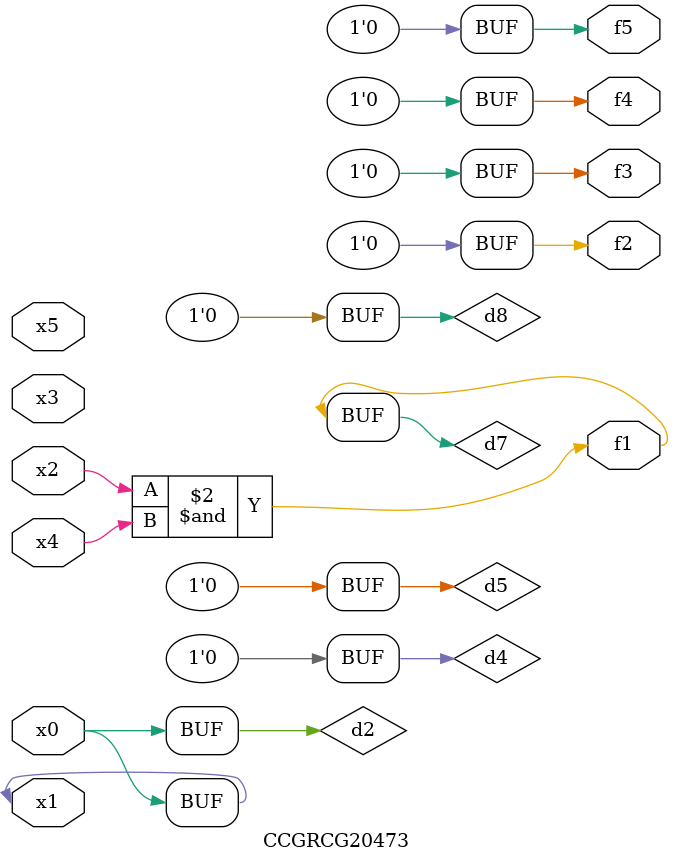
<source format=v>
module CCGRCG20473(
	input x0, x1, x2, x3, x4, x5,
	output f1, f2, f3, f4, f5
);

	wire d1, d2, d3, d4, d5, d6, d7, d8, d9;

	nand (d1, x1);
	buf (d2, x0, x1);
	nand (d3, x2, x4);
	and (d4, d1, d2);
	and (d5, d1, d2);
	nand (d6, d1, d3);
	not (d7, d3);
	xor (d8, d5);
	nor (d9, d5, d6);
	assign f1 = d7;
	assign f2 = d8;
	assign f3 = d8;
	assign f4 = d8;
	assign f5 = d8;
endmodule

</source>
